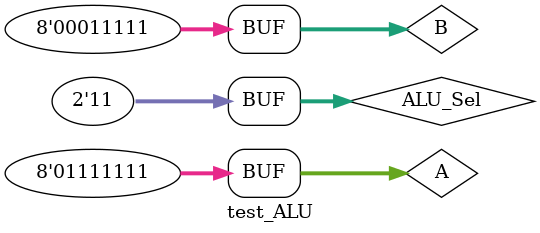
<source format=sv>
`timescale 1ns/1ps
module test_ALU;

 reg signed[7:0] A,B;
 reg[1:0] ALU_Sel;
 wire signed[7:0] ALU_Out;
 alu sys(A,B,ALU_Out,ALU_Sel);
initial begin
   A = 3;
   B = 4;
   ALU_Sel = 0;
   #10;
   ALU_Sel = 2'b01;
   #10;
   ALU_Sel = 2'b10;
   #10;
   ALU_Sel = 2'b11;
   #30;
   A = 6;
   B = 4;
   ALU_Sel = 0;
   #10;
   ALU_Sel = 2'b01;
   #10;
   ALU_Sel = 2'b10;
   #10;
   ALU_Sel = 2'b11;
   #10;
   A = 8'b01111111;
   B = 8'b00011111;
   ALU_Sel = 0;
   #10;
   ALU_Sel = 2'b01;
   #10;
   ALU_Sel = 2'b10;
   #10;
   ALU_Sel = 2'b11;
end
initial begin //response monitor
$monitor("A = %d B = %d Select = %d Output = %d",
	 A, B, ALU_Sel, ALU_Out);
end
endmodule
</source>
